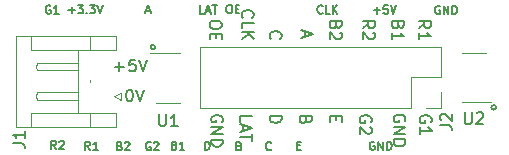
<source format=gbr>
%TF.GenerationSoftware,KiCad,Pcbnew,7.0.8*%
%TF.CreationDate,2023-11-26T17:58:30+01:00*%
%TF.ProjectId,LvL_shifter_shield,4c764c5f-7368-4696-9674-65725f736869,rev?*%
%TF.SameCoordinates,Original*%
%TF.FileFunction,Legend,Top*%
%TF.FilePolarity,Positive*%
%FSLAX46Y46*%
G04 Gerber Fmt 4.6, Leading zero omitted, Abs format (unit mm)*
G04 Created by KiCad (PCBNEW 7.0.8) date 2023-11-26 17:58:30*
%MOMM*%
%LPD*%
G01*
G04 APERTURE LIST*
%ADD10C,0.150000*%
%ADD11C,0.120000*%
G04 APERTURE END LIST*
D10*
X143119241Y-88265000D02*
G75*
G03*
X143119241Y-88265000I-193441J0D01*
G01*
X114256315Y-83159600D02*
G75*
G03*
X114256315Y-83159600I-184915J0D01*
G01*
X105872150Y-91803733D02*
X105638817Y-91470400D01*
X105472150Y-91803733D02*
X105472150Y-91103733D01*
X105472150Y-91103733D02*
X105738817Y-91103733D01*
X105738817Y-91103733D02*
X105805484Y-91137066D01*
X105805484Y-91137066D02*
X105838817Y-91170400D01*
X105838817Y-91170400D02*
X105872150Y-91237066D01*
X105872150Y-91237066D02*
X105872150Y-91337066D01*
X105872150Y-91337066D02*
X105838817Y-91403733D01*
X105838817Y-91403733D02*
X105805484Y-91437066D01*
X105805484Y-91437066D02*
X105738817Y-91470400D01*
X105738817Y-91470400D02*
X105472150Y-91470400D01*
X106138817Y-91170400D02*
X106172150Y-91137066D01*
X106172150Y-91137066D02*
X106238817Y-91103733D01*
X106238817Y-91103733D02*
X106405484Y-91103733D01*
X106405484Y-91103733D02*
X106472150Y-91137066D01*
X106472150Y-91137066D02*
X106505484Y-91170400D01*
X106505484Y-91170400D02*
X106538817Y-91237066D01*
X106538817Y-91237066D02*
X106538817Y-91303733D01*
X106538817Y-91303733D02*
X106505484Y-91403733D01*
X106505484Y-91403733D02*
X106105484Y-91803733D01*
X106105484Y-91803733D02*
X106538817Y-91803733D01*
X124058550Y-91813266D02*
X124025217Y-91846600D01*
X124025217Y-91846600D02*
X123925217Y-91879933D01*
X123925217Y-91879933D02*
X123858550Y-91879933D01*
X123858550Y-91879933D02*
X123758550Y-91846600D01*
X123758550Y-91846600D02*
X123691884Y-91779933D01*
X123691884Y-91779933D02*
X123658550Y-91713266D01*
X123658550Y-91713266D02*
X123625217Y-91579933D01*
X123625217Y-91579933D02*
X123625217Y-91479933D01*
X123625217Y-91479933D02*
X123658550Y-91346600D01*
X123658550Y-91346600D02*
X123691884Y-91279933D01*
X123691884Y-91279933D02*
X123758550Y-91213266D01*
X123758550Y-91213266D02*
X123858550Y-91179933D01*
X123858550Y-91179933D02*
X123925217Y-91179933D01*
X123925217Y-91179933D02*
X124025217Y-91213266D01*
X124025217Y-91213266D02*
X124058550Y-91246600D01*
X124050419Y-82442207D02*
X124002800Y-82394588D01*
X124002800Y-82394588D02*
X123955180Y-82251731D01*
X123955180Y-82251731D02*
X123955180Y-82156493D01*
X123955180Y-82156493D02*
X124002800Y-82013636D01*
X124002800Y-82013636D02*
X124098038Y-81918398D01*
X124098038Y-81918398D02*
X124193276Y-81870779D01*
X124193276Y-81870779D02*
X124383752Y-81823160D01*
X124383752Y-81823160D02*
X124526609Y-81823160D01*
X124526609Y-81823160D02*
X124717085Y-81870779D01*
X124717085Y-81870779D02*
X124812323Y-81918398D01*
X124812323Y-81918398D02*
X124907561Y-82013636D01*
X124907561Y-82013636D02*
X124955180Y-82156493D01*
X124955180Y-82156493D02*
X124955180Y-82251731D01*
X124955180Y-82251731D02*
X124907561Y-82394588D01*
X124907561Y-82394588D02*
X124859942Y-82442207D01*
X119954561Y-89481188D02*
X120002180Y-89385950D01*
X120002180Y-89385950D02*
X120002180Y-89243093D01*
X120002180Y-89243093D02*
X119954561Y-89100236D01*
X119954561Y-89100236D02*
X119859323Y-89004998D01*
X119859323Y-89004998D02*
X119764085Y-88957379D01*
X119764085Y-88957379D02*
X119573609Y-88909760D01*
X119573609Y-88909760D02*
X119430752Y-88909760D01*
X119430752Y-88909760D02*
X119240276Y-88957379D01*
X119240276Y-88957379D02*
X119145038Y-89004998D01*
X119145038Y-89004998D02*
X119049800Y-89100236D01*
X119049800Y-89100236D02*
X119002180Y-89243093D01*
X119002180Y-89243093D02*
X119002180Y-89338331D01*
X119002180Y-89338331D02*
X119049800Y-89481188D01*
X119049800Y-89481188D02*
X119097419Y-89528807D01*
X119097419Y-89528807D02*
X119430752Y-89528807D01*
X119430752Y-89528807D02*
X119430752Y-89338331D01*
X119002180Y-89957379D02*
X120002180Y-89957379D01*
X120002180Y-89957379D02*
X119002180Y-90528807D01*
X119002180Y-90528807D02*
X120002180Y-90528807D01*
X119002180Y-91004998D02*
X120002180Y-91004998D01*
X120002180Y-91004998D02*
X120002180Y-91243093D01*
X120002180Y-91243093D02*
X119954561Y-91385950D01*
X119954561Y-91385950D02*
X119859323Y-91481188D01*
X119859323Y-91481188D02*
X119764085Y-91528807D01*
X119764085Y-91528807D02*
X119573609Y-91576426D01*
X119573609Y-91576426D02*
X119430752Y-91576426D01*
X119430752Y-91576426D02*
X119240276Y-91528807D01*
X119240276Y-91528807D02*
X119145038Y-91481188D01*
X119145038Y-91481188D02*
X119049800Y-91385950D01*
X119049800Y-91385950D02*
X119002180Y-91243093D01*
X119002180Y-91243093D02*
X119002180Y-91004998D01*
X120464484Y-79597533D02*
X120597817Y-79597533D01*
X120597817Y-79597533D02*
X120664484Y-79630866D01*
X120664484Y-79630866D02*
X120731150Y-79697533D01*
X120731150Y-79697533D02*
X120764484Y-79830866D01*
X120764484Y-79830866D02*
X120764484Y-80064200D01*
X120764484Y-80064200D02*
X120731150Y-80197533D01*
X120731150Y-80197533D02*
X120664484Y-80264200D01*
X120664484Y-80264200D02*
X120597817Y-80297533D01*
X120597817Y-80297533D02*
X120464484Y-80297533D01*
X120464484Y-80297533D02*
X120397817Y-80264200D01*
X120397817Y-80264200D02*
X120331150Y-80197533D01*
X120331150Y-80197533D02*
X120297817Y-80064200D01*
X120297817Y-80064200D02*
X120297817Y-79830866D01*
X120297817Y-79830866D02*
X120331150Y-79697533D01*
X120331150Y-79697533D02*
X120397817Y-79630866D01*
X120397817Y-79630866D02*
X120464484Y-79597533D01*
X121064483Y-79930866D02*
X121297817Y-79930866D01*
X121397817Y-80297533D02*
X121064483Y-80297533D01*
X121064483Y-80297533D02*
X121064483Y-79597533D01*
X121064483Y-79597533D02*
X121397817Y-79597533D01*
X138350817Y-79681666D02*
X138284150Y-79648333D01*
X138284150Y-79648333D02*
X138184150Y-79648333D01*
X138184150Y-79648333D02*
X138084150Y-79681666D01*
X138084150Y-79681666D02*
X138017484Y-79748333D01*
X138017484Y-79748333D02*
X137984150Y-79815000D01*
X137984150Y-79815000D02*
X137950817Y-79948333D01*
X137950817Y-79948333D02*
X137950817Y-80048333D01*
X137950817Y-80048333D02*
X137984150Y-80181666D01*
X137984150Y-80181666D02*
X138017484Y-80248333D01*
X138017484Y-80248333D02*
X138084150Y-80315000D01*
X138084150Y-80315000D02*
X138184150Y-80348333D01*
X138184150Y-80348333D02*
X138250817Y-80348333D01*
X138250817Y-80348333D02*
X138350817Y-80315000D01*
X138350817Y-80315000D02*
X138384150Y-80281666D01*
X138384150Y-80281666D02*
X138384150Y-80048333D01*
X138384150Y-80048333D02*
X138250817Y-80048333D01*
X138684150Y-80348333D02*
X138684150Y-79648333D01*
X138684150Y-79648333D02*
X139084150Y-80348333D01*
X139084150Y-80348333D02*
X139084150Y-79648333D01*
X139417483Y-80348333D02*
X139417483Y-79648333D01*
X139417483Y-79648333D02*
X139584150Y-79648333D01*
X139584150Y-79648333D02*
X139684150Y-79681666D01*
X139684150Y-79681666D02*
X139750817Y-79748333D01*
X139750817Y-79748333D02*
X139784150Y-79815000D01*
X139784150Y-79815000D02*
X139817483Y-79948333D01*
X139817483Y-79948333D02*
X139817483Y-80048333D01*
X139817483Y-80048333D02*
X139784150Y-80181666D01*
X139784150Y-80181666D02*
X139750817Y-80248333D01*
X139750817Y-80248333D02*
X139684150Y-80315000D01*
X139684150Y-80315000D02*
X139584150Y-80348333D01*
X139584150Y-80348333D02*
X139417483Y-80348333D01*
X111268084Y-91513266D02*
X111368084Y-91546600D01*
X111368084Y-91546600D02*
X111401417Y-91579933D01*
X111401417Y-91579933D02*
X111434750Y-91646600D01*
X111434750Y-91646600D02*
X111434750Y-91746600D01*
X111434750Y-91746600D02*
X111401417Y-91813266D01*
X111401417Y-91813266D02*
X111368084Y-91846600D01*
X111368084Y-91846600D02*
X111301417Y-91879933D01*
X111301417Y-91879933D02*
X111034750Y-91879933D01*
X111034750Y-91879933D02*
X111034750Y-91179933D01*
X111034750Y-91179933D02*
X111268084Y-91179933D01*
X111268084Y-91179933D02*
X111334750Y-91213266D01*
X111334750Y-91213266D02*
X111368084Y-91246600D01*
X111368084Y-91246600D02*
X111401417Y-91313266D01*
X111401417Y-91313266D02*
X111401417Y-91379933D01*
X111401417Y-91379933D02*
X111368084Y-91446600D01*
X111368084Y-91446600D02*
X111334750Y-91479933D01*
X111334750Y-91479933D02*
X111268084Y-91513266D01*
X111268084Y-91513266D02*
X111034750Y-91513266D01*
X111701417Y-91246600D02*
X111734750Y-91213266D01*
X111734750Y-91213266D02*
X111801417Y-91179933D01*
X111801417Y-91179933D02*
X111968084Y-91179933D01*
X111968084Y-91179933D02*
X112034750Y-91213266D01*
X112034750Y-91213266D02*
X112068084Y-91246600D01*
X112068084Y-91246600D02*
X112101417Y-91313266D01*
X112101417Y-91313266D02*
X112101417Y-91379933D01*
X112101417Y-91379933D02*
X112068084Y-91479933D01*
X112068084Y-91479933D02*
X111668084Y-91879933D01*
X111668084Y-91879933D02*
X112101417Y-91879933D01*
X131829180Y-81553207D02*
X132305371Y-81219874D01*
X131829180Y-80981779D02*
X132829180Y-80981779D01*
X132829180Y-80981779D02*
X132829180Y-81362731D01*
X132829180Y-81362731D02*
X132781561Y-81457969D01*
X132781561Y-81457969D02*
X132733942Y-81505588D01*
X132733942Y-81505588D02*
X132638704Y-81553207D01*
X132638704Y-81553207D02*
X132495847Y-81553207D01*
X132495847Y-81553207D02*
X132400609Y-81505588D01*
X132400609Y-81505588D02*
X132352990Y-81457969D01*
X132352990Y-81457969D02*
X132305371Y-81362731D01*
X132305371Y-81362731D02*
X132305371Y-80981779D01*
X132733942Y-81934160D02*
X132781561Y-81981779D01*
X132781561Y-81981779D02*
X132829180Y-82077017D01*
X132829180Y-82077017D02*
X132829180Y-82315112D01*
X132829180Y-82315112D02*
X132781561Y-82410350D01*
X132781561Y-82410350D02*
X132733942Y-82457969D01*
X132733942Y-82457969D02*
X132638704Y-82505588D01*
X132638704Y-82505588D02*
X132543466Y-82505588D01*
X132543466Y-82505588D02*
X132400609Y-82457969D01*
X132400609Y-82457969D02*
X131829180Y-81886541D01*
X131829180Y-81886541D02*
X131829180Y-82505588D01*
X126907895Y-81823160D02*
X126907895Y-82299350D01*
X126622180Y-81727922D02*
X127622180Y-82061255D01*
X127622180Y-82061255D02*
X126622180Y-82394588D01*
X126274750Y-91487866D02*
X126508084Y-91487866D01*
X126608084Y-91854533D02*
X126274750Y-91854533D01*
X126274750Y-91854533D02*
X126274750Y-91154533D01*
X126274750Y-91154533D02*
X126608084Y-91154533D01*
X119875180Y-81172255D02*
X119875180Y-81362731D01*
X119875180Y-81362731D02*
X119827561Y-81457969D01*
X119827561Y-81457969D02*
X119732323Y-81553207D01*
X119732323Y-81553207D02*
X119541847Y-81600826D01*
X119541847Y-81600826D02*
X119208514Y-81600826D01*
X119208514Y-81600826D02*
X119018038Y-81553207D01*
X119018038Y-81553207D02*
X118922800Y-81457969D01*
X118922800Y-81457969D02*
X118875180Y-81362731D01*
X118875180Y-81362731D02*
X118875180Y-81172255D01*
X118875180Y-81172255D02*
X118922800Y-81077017D01*
X118922800Y-81077017D02*
X119018038Y-80981779D01*
X119018038Y-80981779D02*
X119208514Y-80934160D01*
X119208514Y-80934160D02*
X119541847Y-80934160D01*
X119541847Y-80934160D02*
X119732323Y-80981779D01*
X119732323Y-80981779D02*
X119827561Y-81077017D01*
X119827561Y-81077017D02*
X119875180Y-81172255D01*
X119398990Y-82029398D02*
X119398990Y-82362731D01*
X118875180Y-82505588D02*
X118875180Y-82029398D01*
X118875180Y-82029398D02*
X119875180Y-82029398D01*
X119875180Y-82029398D02*
X119875180Y-82505588D01*
X132751750Y-80056266D02*
X133285084Y-80056266D01*
X133018417Y-80322933D02*
X133018417Y-79789600D01*
X133951751Y-79622933D02*
X133618417Y-79622933D01*
X133618417Y-79622933D02*
X133585084Y-79956266D01*
X133585084Y-79956266D02*
X133618417Y-79922933D01*
X133618417Y-79922933D02*
X133685084Y-79889600D01*
X133685084Y-79889600D02*
X133851751Y-79889600D01*
X133851751Y-79889600D02*
X133918417Y-79922933D01*
X133918417Y-79922933D02*
X133951751Y-79956266D01*
X133951751Y-79956266D02*
X133985084Y-80022933D01*
X133985084Y-80022933D02*
X133985084Y-80189600D01*
X133985084Y-80189600D02*
X133951751Y-80256266D01*
X133951751Y-80256266D02*
X133918417Y-80289600D01*
X133918417Y-80289600D02*
X133851751Y-80322933D01*
X133851751Y-80322933D02*
X133685084Y-80322933D01*
X133685084Y-80322933D02*
X133618417Y-80289600D01*
X133618417Y-80289600D02*
X133585084Y-80256266D01*
X134185084Y-79622933D02*
X134418418Y-80322933D01*
X134418418Y-80322933D02*
X134651751Y-79622933D01*
X113865217Y-91213266D02*
X113798550Y-91179933D01*
X113798550Y-91179933D02*
X113698550Y-91179933D01*
X113698550Y-91179933D02*
X113598550Y-91213266D01*
X113598550Y-91213266D02*
X113531884Y-91279933D01*
X113531884Y-91279933D02*
X113498550Y-91346600D01*
X113498550Y-91346600D02*
X113465217Y-91479933D01*
X113465217Y-91479933D02*
X113465217Y-91579933D01*
X113465217Y-91579933D02*
X113498550Y-91713266D01*
X113498550Y-91713266D02*
X113531884Y-91779933D01*
X113531884Y-91779933D02*
X113598550Y-91846600D01*
X113598550Y-91846600D02*
X113698550Y-91879933D01*
X113698550Y-91879933D02*
X113765217Y-91879933D01*
X113765217Y-91879933D02*
X113865217Y-91846600D01*
X113865217Y-91846600D02*
X113898550Y-91813266D01*
X113898550Y-91813266D02*
X113898550Y-91579933D01*
X113898550Y-91579933D02*
X113765217Y-91579933D01*
X114165217Y-91246600D02*
X114198550Y-91213266D01*
X114198550Y-91213266D02*
X114265217Y-91179933D01*
X114265217Y-91179933D02*
X114431884Y-91179933D01*
X114431884Y-91179933D02*
X114498550Y-91213266D01*
X114498550Y-91213266D02*
X114531884Y-91246600D01*
X114531884Y-91246600D02*
X114565217Y-91313266D01*
X114565217Y-91313266D02*
X114565217Y-91379933D01*
X114565217Y-91379933D02*
X114531884Y-91479933D01*
X114531884Y-91479933D02*
X114131884Y-91879933D01*
X114131884Y-91879933D02*
X114565217Y-91879933D01*
X110852179Y-84832866D02*
X111614084Y-84832866D01*
X111233131Y-85213819D02*
X111233131Y-84451914D01*
X112566464Y-84213819D02*
X112090274Y-84213819D01*
X112090274Y-84213819D02*
X112042655Y-84690009D01*
X112042655Y-84690009D02*
X112090274Y-84642390D01*
X112090274Y-84642390D02*
X112185512Y-84594771D01*
X112185512Y-84594771D02*
X112423607Y-84594771D01*
X112423607Y-84594771D02*
X112518845Y-84642390D01*
X112518845Y-84642390D02*
X112566464Y-84690009D01*
X112566464Y-84690009D02*
X112614083Y-84785247D01*
X112614083Y-84785247D02*
X112614083Y-85023342D01*
X112614083Y-85023342D02*
X112566464Y-85118580D01*
X112566464Y-85118580D02*
X112518845Y-85166200D01*
X112518845Y-85166200D02*
X112423607Y-85213819D01*
X112423607Y-85213819D02*
X112185512Y-85213819D01*
X112185512Y-85213819D02*
X112090274Y-85166200D01*
X112090274Y-85166200D02*
X112042655Y-85118580D01*
X112899798Y-84213819D02*
X113233131Y-85213819D01*
X113233131Y-85213819D02*
X113566464Y-84213819D01*
X132527561Y-89506588D02*
X132575180Y-89411350D01*
X132575180Y-89411350D02*
X132575180Y-89268493D01*
X132575180Y-89268493D02*
X132527561Y-89125636D01*
X132527561Y-89125636D02*
X132432323Y-89030398D01*
X132432323Y-89030398D02*
X132337085Y-88982779D01*
X132337085Y-88982779D02*
X132146609Y-88935160D01*
X132146609Y-88935160D02*
X132003752Y-88935160D01*
X132003752Y-88935160D02*
X131813276Y-88982779D01*
X131813276Y-88982779D02*
X131718038Y-89030398D01*
X131718038Y-89030398D02*
X131622800Y-89125636D01*
X131622800Y-89125636D02*
X131575180Y-89268493D01*
X131575180Y-89268493D02*
X131575180Y-89363731D01*
X131575180Y-89363731D02*
X131622800Y-89506588D01*
X131622800Y-89506588D02*
X131670419Y-89554207D01*
X131670419Y-89554207D02*
X132003752Y-89554207D01*
X132003752Y-89554207D02*
X132003752Y-89363731D01*
X132479942Y-89935160D02*
X132527561Y-89982779D01*
X132527561Y-89982779D02*
X132575180Y-90078017D01*
X132575180Y-90078017D02*
X132575180Y-90316112D01*
X132575180Y-90316112D02*
X132527561Y-90411350D01*
X132527561Y-90411350D02*
X132479942Y-90458969D01*
X132479942Y-90458969D02*
X132384704Y-90506588D01*
X132384704Y-90506588D02*
X132289466Y-90506588D01*
X132289466Y-90506588D02*
X132146609Y-90458969D01*
X132146609Y-90458969D02*
X131575180Y-89887541D01*
X131575180Y-89887541D02*
X131575180Y-90506588D01*
X121688219Y-80664207D02*
X121640600Y-80616588D01*
X121640600Y-80616588D02*
X121592980Y-80473731D01*
X121592980Y-80473731D02*
X121592980Y-80378493D01*
X121592980Y-80378493D02*
X121640600Y-80235636D01*
X121640600Y-80235636D02*
X121735838Y-80140398D01*
X121735838Y-80140398D02*
X121831076Y-80092779D01*
X121831076Y-80092779D02*
X122021552Y-80045160D01*
X122021552Y-80045160D02*
X122164409Y-80045160D01*
X122164409Y-80045160D02*
X122354885Y-80092779D01*
X122354885Y-80092779D02*
X122450123Y-80140398D01*
X122450123Y-80140398D02*
X122545361Y-80235636D01*
X122545361Y-80235636D02*
X122592980Y-80378493D01*
X122592980Y-80378493D02*
X122592980Y-80473731D01*
X122592980Y-80473731D02*
X122545361Y-80616588D01*
X122545361Y-80616588D02*
X122497742Y-80664207D01*
X121592980Y-81568969D02*
X121592980Y-81092779D01*
X121592980Y-81092779D02*
X122592980Y-81092779D01*
X121592980Y-81902303D02*
X122592980Y-81902303D01*
X121592980Y-82473731D02*
X122164409Y-82045160D01*
X122592980Y-82473731D02*
X122021552Y-81902303D01*
X106919950Y-80030866D02*
X107453284Y-80030866D01*
X107186617Y-80297533D02*
X107186617Y-79764200D01*
X107719951Y-79597533D02*
X108153284Y-79597533D01*
X108153284Y-79597533D02*
X107919951Y-79864200D01*
X107919951Y-79864200D02*
X108019951Y-79864200D01*
X108019951Y-79864200D02*
X108086617Y-79897533D01*
X108086617Y-79897533D02*
X108119951Y-79930866D01*
X108119951Y-79930866D02*
X108153284Y-79997533D01*
X108153284Y-79997533D02*
X108153284Y-80164200D01*
X108153284Y-80164200D02*
X108119951Y-80230866D01*
X108119951Y-80230866D02*
X108086617Y-80264200D01*
X108086617Y-80264200D02*
X108019951Y-80297533D01*
X108019951Y-80297533D02*
X107819951Y-80297533D01*
X107819951Y-80297533D02*
X107753284Y-80264200D01*
X107753284Y-80264200D02*
X107719951Y-80230866D01*
X108453284Y-80230866D02*
X108486618Y-80264200D01*
X108486618Y-80264200D02*
X108453284Y-80297533D01*
X108453284Y-80297533D02*
X108419951Y-80264200D01*
X108419951Y-80264200D02*
X108453284Y-80230866D01*
X108453284Y-80230866D02*
X108453284Y-80297533D01*
X108719951Y-79597533D02*
X109153284Y-79597533D01*
X109153284Y-79597533D02*
X108919951Y-79864200D01*
X108919951Y-79864200D02*
X109019951Y-79864200D01*
X109019951Y-79864200D02*
X109086617Y-79897533D01*
X109086617Y-79897533D02*
X109119951Y-79930866D01*
X109119951Y-79930866D02*
X109153284Y-79997533D01*
X109153284Y-79997533D02*
X109153284Y-80164200D01*
X109153284Y-80164200D02*
X109119951Y-80230866D01*
X109119951Y-80230866D02*
X109086617Y-80264200D01*
X109086617Y-80264200D02*
X109019951Y-80297533D01*
X109019951Y-80297533D02*
X108819951Y-80297533D01*
X108819951Y-80297533D02*
X108753284Y-80264200D01*
X108753284Y-80264200D02*
X108719951Y-80230866D01*
X109353284Y-79597533D02*
X109586618Y-80297533D01*
X109586618Y-80297533D02*
X109819951Y-79597533D01*
X105381617Y-79656266D02*
X105314950Y-79622933D01*
X105314950Y-79622933D02*
X105214950Y-79622933D01*
X105214950Y-79622933D02*
X105114950Y-79656266D01*
X105114950Y-79656266D02*
X105048284Y-79722933D01*
X105048284Y-79722933D02*
X105014950Y-79789600D01*
X105014950Y-79789600D02*
X104981617Y-79922933D01*
X104981617Y-79922933D02*
X104981617Y-80022933D01*
X104981617Y-80022933D02*
X105014950Y-80156266D01*
X105014950Y-80156266D02*
X105048284Y-80222933D01*
X105048284Y-80222933D02*
X105114950Y-80289600D01*
X105114950Y-80289600D02*
X105214950Y-80322933D01*
X105214950Y-80322933D02*
X105281617Y-80322933D01*
X105281617Y-80322933D02*
X105381617Y-80289600D01*
X105381617Y-80289600D02*
X105414950Y-80256266D01*
X105414950Y-80256266D02*
X105414950Y-80022933D01*
X105414950Y-80022933D02*
X105281617Y-80022933D01*
X106081617Y-80322933D02*
X105681617Y-80322933D01*
X105881617Y-80322933D02*
X105881617Y-79622933D01*
X105881617Y-79622933D02*
X105814950Y-79722933D01*
X105814950Y-79722933D02*
X105748284Y-79789600D01*
X105748284Y-79789600D02*
X105681617Y-79822933D01*
X115890884Y-91487866D02*
X115990884Y-91521200D01*
X115990884Y-91521200D02*
X116024217Y-91554533D01*
X116024217Y-91554533D02*
X116057550Y-91621200D01*
X116057550Y-91621200D02*
X116057550Y-91721200D01*
X116057550Y-91721200D02*
X116024217Y-91787866D01*
X116024217Y-91787866D02*
X115990884Y-91821200D01*
X115990884Y-91821200D02*
X115924217Y-91854533D01*
X115924217Y-91854533D02*
X115657550Y-91854533D01*
X115657550Y-91854533D02*
X115657550Y-91154533D01*
X115657550Y-91154533D02*
X115890884Y-91154533D01*
X115890884Y-91154533D02*
X115957550Y-91187866D01*
X115957550Y-91187866D02*
X115990884Y-91221200D01*
X115990884Y-91221200D02*
X116024217Y-91287866D01*
X116024217Y-91287866D02*
X116024217Y-91354533D01*
X116024217Y-91354533D02*
X115990884Y-91421200D01*
X115990884Y-91421200D02*
X115957550Y-91454533D01*
X115957550Y-91454533D02*
X115890884Y-91487866D01*
X115890884Y-91487866D02*
X115657550Y-91487866D01*
X116724217Y-91854533D02*
X116324217Y-91854533D01*
X116524217Y-91854533D02*
X116524217Y-91154533D01*
X116524217Y-91154533D02*
X116457550Y-91254533D01*
X116457550Y-91254533D02*
X116390884Y-91321200D01*
X116390884Y-91321200D02*
X116324217Y-91354533D01*
X129558990Y-88982779D02*
X129558990Y-89316112D01*
X129035180Y-89458969D02*
X129035180Y-88982779D01*
X129035180Y-88982779D02*
X130035180Y-88982779D01*
X130035180Y-88982779D02*
X130035180Y-89458969D01*
X127018990Y-89316112D02*
X126971371Y-89458969D01*
X126971371Y-89458969D02*
X126923752Y-89506588D01*
X126923752Y-89506588D02*
X126828514Y-89554207D01*
X126828514Y-89554207D02*
X126685657Y-89554207D01*
X126685657Y-89554207D02*
X126590419Y-89506588D01*
X126590419Y-89506588D02*
X126542800Y-89458969D01*
X126542800Y-89458969D02*
X126495180Y-89363731D01*
X126495180Y-89363731D02*
X126495180Y-88982779D01*
X126495180Y-88982779D02*
X127495180Y-88982779D01*
X127495180Y-88982779D02*
X127495180Y-89316112D01*
X127495180Y-89316112D02*
X127447561Y-89411350D01*
X127447561Y-89411350D02*
X127399942Y-89458969D01*
X127399942Y-89458969D02*
X127304704Y-89506588D01*
X127304704Y-89506588D02*
X127209466Y-89506588D01*
X127209466Y-89506588D02*
X127114228Y-89458969D01*
X127114228Y-89458969D02*
X127066609Y-89411350D01*
X127066609Y-89411350D02*
X127018990Y-89316112D01*
X127018990Y-89316112D02*
X127018990Y-88982779D01*
X113465217Y-80072133D02*
X113798550Y-80072133D01*
X113398550Y-80272133D02*
X113631884Y-79572133D01*
X113631884Y-79572133D02*
X113865217Y-80272133D01*
X118378484Y-80322933D02*
X118045150Y-80322933D01*
X118045150Y-80322933D02*
X118045150Y-79622933D01*
X118578484Y-80122933D02*
X118911817Y-80122933D01*
X118511817Y-80322933D02*
X118745151Y-79622933D01*
X118745151Y-79622933D02*
X118978484Y-80322933D01*
X119111817Y-79622933D02*
X119511817Y-79622933D01*
X119311817Y-80322933D02*
X119311817Y-79622933D01*
X132813617Y-91187866D02*
X132746950Y-91154533D01*
X132746950Y-91154533D02*
X132646950Y-91154533D01*
X132646950Y-91154533D02*
X132546950Y-91187866D01*
X132546950Y-91187866D02*
X132480284Y-91254533D01*
X132480284Y-91254533D02*
X132446950Y-91321200D01*
X132446950Y-91321200D02*
X132413617Y-91454533D01*
X132413617Y-91454533D02*
X132413617Y-91554533D01*
X132413617Y-91554533D02*
X132446950Y-91687866D01*
X132446950Y-91687866D02*
X132480284Y-91754533D01*
X132480284Y-91754533D02*
X132546950Y-91821200D01*
X132546950Y-91821200D02*
X132646950Y-91854533D01*
X132646950Y-91854533D02*
X132713617Y-91854533D01*
X132713617Y-91854533D02*
X132813617Y-91821200D01*
X132813617Y-91821200D02*
X132846950Y-91787866D01*
X132846950Y-91787866D02*
X132846950Y-91554533D01*
X132846950Y-91554533D02*
X132713617Y-91554533D01*
X133146950Y-91854533D02*
X133146950Y-91154533D01*
X133146950Y-91154533D02*
X133546950Y-91854533D01*
X133546950Y-91854533D02*
X133546950Y-91154533D01*
X133880283Y-91854533D02*
X133880283Y-91154533D01*
X133880283Y-91154533D02*
X134046950Y-91154533D01*
X134046950Y-91154533D02*
X134146950Y-91187866D01*
X134146950Y-91187866D02*
X134213617Y-91254533D01*
X134213617Y-91254533D02*
X134246950Y-91321200D01*
X134246950Y-91321200D02*
X134280283Y-91454533D01*
X134280283Y-91454533D02*
X134280283Y-91554533D01*
X134280283Y-91554533D02*
X134246950Y-91687866D01*
X134246950Y-91687866D02*
X134213617Y-91754533D01*
X134213617Y-91754533D02*
X134146950Y-91821200D01*
X134146950Y-91821200D02*
X134046950Y-91854533D01*
X134046950Y-91854533D02*
X133880283Y-91854533D01*
X136578980Y-81553207D02*
X137055171Y-81219874D01*
X136578980Y-80981779D02*
X137578980Y-80981779D01*
X137578980Y-80981779D02*
X137578980Y-81362731D01*
X137578980Y-81362731D02*
X137531361Y-81457969D01*
X137531361Y-81457969D02*
X137483742Y-81505588D01*
X137483742Y-81505588D02*
X137388504Y-81553207D01*
X137388504Y-81553207D02*
X137245647Y-81553207D01*
X137245647Y-81553207D02*
X137150409Y-81505588D01*
X137150409Y-81505588D02*
X137102790Y-81457969D01*
X137102790Y-81457969D02*
X137055171Y-81362731D01*
X137055171Y-81362731D02*
X137055171Y-80981779D01*
X136578980Y-82505588D02*
X136578980Y-81934160D01*
X136578980Y-82219874D02*
X137578980Y-82219874D01*
X137578980Y-82219874D02*
X137436123Y-82124636D01*
X137436123Y-82124636D02*
X137340885Y-82029398D01*
X137340885Y-82029398D02*
X137293266Y-81934160D01*
X121415180Y-89458969D02*
X121415180Y-88982779D01*
X121415180Y-88982779D02*
X122415180Y-88982779D01*
X121700895Y-89744684D02*
X121700895Y-90220874D01*
X121415180Y-89649446D02*
X122415180Y-89982779D01*
X122415180Y-89982779D02*
X121415180Y-90316112D01*
X122415180Y-90506589D02*
X122415180Y-91078017D01*
X121415180Y-90792303D02*
X122415180Y-90792303D01*
X118476950Y-91854533D02*
X118476950Y-91154533D01*
X118476950Y-91154533D02*
X118643617Y-91154533D01*
X118643617Y-91154533D02*
X118743617Y-91187866D01*
X118743617Y-91187866D02*
X118810284Y-91254533D01*
X118810284Y-91254533D02*
X118843617Y-91321200D01*
X118843617Y-91321200D02*
X118876950Y-91454533D01*
X118876950Y-91454533D02*
X118876950Y-91554533D01*
X118876950Y-91554533D02*
X118843617Y-91687866D01*
X118843617Y-91687866D02*
X118810284Y-91754533D01*
X118810284Y-91754533D02*
X118743617Y-91821200D01*
X118743617Y-91821200D02*
X118643617Y-91854533D01*
X118643617Y-91854533D02*
X118476950Y-91854533D01*
X121377284Y-91538666D02*
X121477284Y-91572000D01*
X121477284Y-91572000D02*
X121510617Y-91605333D01*
X121510617Y-91605333D02*
X121543950Y-91672000D01*
X121543950Y-91672000D02*
X121543950Y-91772000D01*
X121543950Y-91772000D02*
X121510617Y-91838666D01*
X121510617Y-91838666D02*
X121477284Y-91872000D01*
X121477284Y-91872000D02*
X121410617Y-91905333D01*
X121410617Y-91905333D02*
X121143950Y-91905333D01*
X121143950Y-91905333D02*
X121143950Y-91205333D01*
X121143950Y-91205333D02*
X121377284Y-91205333D01*
X121377284Y-91205333D02*
X121443950Y-91238666D01*
X121443950Y-91238666D02*
X121477284Y-91272000D01*
X121477284Y-91272000D02*
X121510617Y-91338666D01*
X121510617Y-91338666D02*
X121510617Y-91405333D01*
X121510617Y-91405333D02*
X121477284Y-91472000D01*
X121477284Y-91472000D02*
X121443950Y-91505333D01*
X121443950Y-91505333D02*
X121377284Y-91538666D01*
X121377284Y-91538666D02*
X121143950Y-91538666D01*
X134842190Y-81315112D02*
X134794571Y-81457969D01*
X134794571Y-81457969D02*
X134746952Y-81505588D01*
X134746952Y-81505588D02*
X134651714Y-81553207D01*
X134651714Y-81553207D02*
X134508857Y-81553207D01*
X134508857Y-81553207D02*
X134413619Y-81505588D01*
X134413619Y-81505588D02*
X134366000Y-81457969D01*
X134366000Y-81457969D02*
X134318380Y-81362731D01*
X134318380Y-81362731D02*
X134318380Y-80981779D01*
X134318380Y-80981779D02*
X135318380Y-80981779D01*
X135318380Y-80981779D02*
X135318380Y-81315112D01*
X135318380Y-81315112D02*
X135270761Y-81410350D01*
X135270761Y-81410350D02*
X135223142Y-81457969D01*
X135223142Y-81457969D02*
X135127904Y-81505588D01*
X135127904Y-81505588D02*
X135032666Y-81505588D01*
X135032666Y-81505588D02*
X134937428Y-81457969D01*
X134937428Y-81457969D02*
X134889809Y-81410350D01*
X134889809Y-81410350D02*
X134842190Y-81315112D01*
X134842190Y-81315112D02*
X134842190Y-80981779D01*
X134318380Y-82505588D02*
X134318380Y-81934160D01*
X134318380Y-82219874D02*
X135318380Y-82219874D01*
X135318380Y-82219874D02*
X135175523Y-82124636D01*
X135175523Y-82124636D02*
X135080285Y-82029398D01*
X135080285Y-82029398D02*
X135032666Y-81934160D01*
X128427350Y-80256266D02*
X128394017Y-80289600D01*
X128394017Y-80289600D02*
X128294017Y-80322933D01*
X128294017Y-80322933D02*
X128227350Y-80322933D01*
X128227350Y-80322933D02*
X128127350Y-80289600D01*
X128127350Y-80289600D02*
X128060684Y-80222933D01*
X128060684Y-80222933D02*
X128027350Y-80156266D01*
X128027350Y-80156266D02*
X127994017Y-80022933D01*
X127994017Y-80022933D02*
X127994017Y-79922933D01*
X127994017Y-79922933D02*
X128027350Y-79789600D01*
X128027350Y-79789600D02*
X128060684Y-79722933D01*
X128060684Y-79722933D02*
X128127350Y-79656266D01*
X128127350Y-79656266D02*
X128227350Y-79622933D01*
X128227350Y-79622933D02*
X128294017Y-79622933D01*
X128294017Y-79622933D02*
X128394017Y-79656266D01*
X128394017Y-79656266D02*
X128427350Y-79689600D01*
X129060684Y-80322933D02*
X128727350Y-80322933D01*
X128727350Y-80322933D02*
X128727350Y-79622933D01*
X129294017Y-80322933D02*
X129294017Y-79622933D01*
X129694017Y-80322933D02*
X129394017Y-79922933D01*
X129694017Y-79622933D02*
X129294017Y-80022933D01*
X137607561Y-89506588D02*
X137655180Y-89411350D01*
X137655180Y-89411350D02*
X137655180Y-89268493D01*
X137655180Y-89268493D02*
X137607561Y-89125636D01*
X137607561Y-89125636D02*
X137512323Y-89030398D01*
X137512323Y-89030398D02*
X137417085Y-88982779D01*
X137417085Y-88982779D02*
X137226609Y-88935160D01*
X137226609Y-88935160D02*
X137083752Y-88935160D01*
X137083752Y-88935160D02*
X136893276Y-88982779D01*
X136893276Y-88982779D02*
X136798038Y-89030398D01*
X136798038Y-89030398D02*
X136702800Y-89125636D01*
X136702800Y-89125636D02*
X136655180Y-89268493D01*
X136655180Y-89268493D02*
X136655180Y-89363731D01*
X136655180Y-89363731D02*
X136702800Y-89506588D01*
X136702800Y-89506588D02*
X136750419Y-89554207D01*
X136750419Y-89554207D02*
X137083752Y-89554207D01*
X137083752Y-89554207D02*
X137083752Y-89363731D01*
X136655180Y-90506588D02*
X136655180Y-89935160D01*
X136655180Y-90220874D02*
X137655180Y-90220874D01*
X137655180Y-90220874D02*
X137512323Y-90125636D01*
X137512323Y-90125636D02*
X137417085Y-90030398D01*
X137417085Y-90030398D02*
X137369466Y-89935160D01*
X135397761Y-89455788D02*
X135445380Y-89360550D01*
X135445380Y-89360550D02*
X135445380Y-89217693D01*
X135445380Y-89217693D02*
X135397761Y-89074836D01*
X135397761Y-89074836D02*
X135302523Y-88979598D01*
X135302523Y-88979598D02*
X135207285Y-88931979D01*
X135207285Y-88931979D02*
X135016809Y-88884360D01*
X135016809Y-88884360D02*
X134873952Y-88884360D01*
X134873952Y-88884360D02*
X134683476Y-88931979D01*
X134683476Y-88931979D02*
X134588238Y-88979598D01*
X134588238Y-88979598D02*
X134493000Y-89074836D01*
X134493000Y-89074836D02*
X134445380Y-89217693D01*
X134445380Y-89217693D02*
X134445380Y-89312931D01*
X134445380Y-89312931D02*
X134493000Y-89455788D01*
X134493000Y-89455788D02*
X134540619Y-89503407D01*
X134540619Y-89503407D02*
X134873952Y-89503407D01*
X134873952Y-89503407D02*
X134873952Y-89312931D01*
X134445380Y-89931979D02*
X135445380Y-89931979D01*
X135445380Y-89931979D02*
X134445380Y-90503407D01*
X134445380Y-90503407D02*
X135445380Y-90503407D01*
X134445380Y-90979598D02*
X135445380Y-90979598D01*
X135445380Y-90979598D02*
X135445380Y-91217693D01*
X135445380Y-91217693D02*
X135397761Y-91360550D01*
X135397761Y-91360550D02*
X135302523Y-91455788D01*
X135302523Y-91455788D02*
X135207285Y-91503407D01*
X135207285Y-91503407D02*
X135016809Y-91551026D01*
X135016809Y-91551026D02*
X134873952Y-91551026D01*
X134873952Y-91551026D02*
X134683476Y-91503407D01*
X134683476Y-91503407D02*
X134588238Y-91455788D01*
X134588238Y-91455788D02*
X134493000Y-91360550D01*
X134493000Y-91360550D02*
X134445380Y-91217693D01*
X134445380Y-91217693D02*
X134445380Y-90979598D01*
X112033255Y-86753819D02*
X112128493Y-86753819D01*
X112128493Y-86753819D02*
X112223731Y-86801438D01*
X112223731Y-86801438D02*
X112271350Y-86849057D01*
X112271350Y-86849057D02*
X112318969Y-86944295D01*
X112318969Y-86944295D02*
X112366588Y-87134771D01*
X112366588Y-87134771D02*
X112366588Y-87372866D01*
X112366588Y-87372866D02*
X112318969Y-87563342D01*
X112318969Y-87563342D02*
X112271350Y-87658580D01*
X112271350Y-87658580D02*
X112223731Y-87706200D01*
X112223731Y-87706200D02*
X112128493Y-87753819D01*
X112128493Y-87753819D02*
X112033255Y-87753819D01*
X112033255Y-87753819D02*
X111938017Y-87706200D01*
X111938017Y-87706200D02*
X111890398Y-87658580D01*
X111890398Y-87658580D02*
X111842779Y-87563342D01*
X111842779Y-87563342D02*
X111795160Y-87372866D01*
X111795160Y-87372866D02*
X111795160Y-87134771D01*
X111795160Y-87134771D02*
X111842779Y-86944295D01*
X111842779Y-86944295D02*
X111890398Y-86849057D01*
X111890398Y-86849057D02*
X111938017Y-86801438D01*
X111938017Y-86801438D02*
X112033255Y-86753819D01*
X112652303Y-86753819D02*
X112985636Y-87753819D01*
X112985636Y-87753819D02*
X113318969Y-86753819D01*
X123955180Y-88982779D02*
X124955180Y-88982779D01*
X124955180Y-88982779D02*
X124955180Y-89220874D01*
X124955180Y-89220874D02*
X124907561Y-89363731D01*
X124907561Y-89363731D02*
X124812323Y-89458969D01*
X124812323Y-89458969D02*
X124717085Y-89506588D01*
X124717085Y-89506588D02*
X124526609Y-89554207D01*
X124526609Y-89554207D02*
X124383752Y-89554207D01*
X124383752Y-89554207D02*
X124193276Y-89506588D01*
X124193276Y-89506588D02*
X124098038Y-89458969D01*
X124098038Y-89458969D02*
X124002800Y-89363731D01*
X124002800Y-89363731D02*
X123955180Y-89220874D01*
X123955180Y-89220874D02*
X123955180Y-88982779D01*
X108742350Y-91854533D02*
X108509017Y-91521200D01*
X108342350Y-91854533D02*
X108342350Y-91154533D01*
X108342350Y-91154533D02*
X108609017Y-91154533D01*
X108609017Y-91154533D02*
X108675684Y-91187866D01*
X108675684Y-91187866D02*
X108709017Y-91221200D01*
X108709017Y-91221200D02*
X108742350Y-91287866D01*
X108742350Y-91287866D02*
X108742350Y-91387866D01*
X108742350Y-91387866D02*
X108709017Y-91454533D01*
X108709017Y-91454533D02*
X108675684Y-91487866D01*
X108675684Y-91487866D02*
X108609017Y-91521200D01*
X108609017Y-91521200D02*
X108342350Y-91521200D01*
X109409017Y-91854533D02*
X109009017Y-91854533D01*
X109209017Y-91854533D02*
X109209017Y-91154533D01*
X109209017Y-91154533D02*
X109142350Y-91254533D01*
X109142350Y-91254533D02*
X109075684Y-91321200D01*
X109075684Y-91321200D02*
X109009017Y-91354533D01*
X129558990Y-81315112D02*
X129511371Y-81457969D01*
X129511371Y-81457969D02*
X129463752Y-81505588D01*
X129463752Y-81505588D02*
X129368514Y-81553207D01*
X129368514Y-81553207D02*
X129225657Y-81553207D01*
X129225657Y-81553207D02*
X129130419Y-81505588D01*
X129130419Y-81505588D02*
X129082800Y-81457969D01*
X129082800Y-81457969D02*
X129035180Y-81362731D01*
X129035180Y-81362731D02*
X129035180Y-80981779D01*
X129035180Y-80981779D02*
X130035180Y-80981779D01*
X130035180Y-80981779D02*
X130035180Y-81315112D01*
X130035180Y-81315112D02*
X129987561Y-81410350D01*
X129987561Y-81410350D02*
X129939942Y-81457969D01*
X129939942Y-81457969D02*
X129844704Y-81505588D01*
X129844704Y-81505588D02*
X129749466Y-81505588D01*
X129749466Y-81505588D02*
X129654228Y-81457969D01*
X129654228Y-81457969D02*
X129606609Y-81410350D01*
X129606609Y-81410350D02*
X129558990Y-81315112D01*
X129558990Y-81315112D02*
X129558990Y-80981779D01*
X129939942Y-81934160D02*
X129987561Y-81981779D01*
X129987561Y-81981779D02*
X130035180Y-82077017D01*
X130035180Y-82077017D02*
X130035180Y-82315112D01*
X130035180Y-82315112D02*
X129987561Y-82410350D01*
X129987561Y-82410350D02*
X129939942Y-82457969D01*
X129939942Y-82457969D02*
X129844704Y-82505588D01*
X129844704Y-82505588D02*
X129749466Y-82505588D01*
X129749466Y-82505588D02*
X129606609Y-82457969D01*
X129606609Y-82457969D02*
X129035180Y-81886541D01*
X129035180Y-81886541D02*
X129035180Y-82505588D01*
X140473095Y-88679819D02*
X140473095Y-89489342D01*
X140473095Y-89489342D02*
X140520714Y-89584580D01*
X140520714Y-89584580D02*
X140568333Y-89632200D01*
X140568333Y-89632200D02*
X140663571Y-89679819D01*
X140663571Y-89679819D02*
X140854047Y-89679819D01*
X140854047Y-89679819D02*
X140949285Y-89632200D01*
X140949285Y-89632200D02*
X140996904Y-89584580D01*
X140996904Y-89584580D02*
X141044523Y-89489342D01*
X141044523Y-89489342D02*
X141044523Y-88679819D01*
X141473095Y-88775057D02*
X141520714Y-88727438D01*
X141520714Y-88727438D02*
X141615952Y-88679819D01*
X141615952Y-88679819D02*
X141854047Y-88679819D01*
X141854047Y-88679819D02*
X141949285Y-88727438D01*
X141949285Y-88727438D02*
X141996904Y-88775057D01*
X141996904Y-88775057D02*
X142044523Y-88870295D01*
X142044523Y-88870295D02*
X142044523Y-88965533D01*
X142044523Y-88965533D02*
X141996904Y-89108390D01*
X141996904Y-89108390D02*
X141425476Y-89679819D01*
X141425476Y-89679819D02*
X142044523Y-89679819D01*
X102223219Y-91301533D02*
X102937504Y-91301533D01*
X102937504Y-91301533D02*
X103080361Y-91349152D01*
X103080361Y-91349152D02*
X103175600Y-91444390D01*
X103175600Y-91444390D02*
X103223219Y-91587247D01*
X103223219Y-91587247D02*
X103223219Y-91682485D01*
X103223219Y-90301533D02*
X103223219Y-90872961D01*
X103223219Y-90587247D02*
X102223219Y-90587247D01*
X102223219Y-90587247D02*
X102366076Y-90682485D01*
X102366076Y-90682485D02*
X102461314Y-90777723D01*
X102461314Y-90777723D02*
X102508933Y-90872961D01*
X138392819Y-89792133D02*
X139107104Y-89792133D01*
X139107104Y-89792133D02*
X139249961Y-89839752D01*
X139249961Y-89839752D02*
X139345200Y-89934990D01*
X139345200Y-89934990D02*
X139392819Y-90077847D01*
X139392819Y-90077847D02*
X139392819Y-90173085D01*
X138488057Y-89363561D02*
X138440438Y-89315942D01*
X138440438Y-89315942D02*
X138392819Y-89220704D01*
X138392819Y-89220704D02*
X138392819Y-88982609D01*
X138392819Y-88982609D02*
X138440438Y-88887371D01*
X138440438Y-88887371D02*
X138488057Y-88839752D01*
X138488057Y-88839752D02*
X138583295Y-88792133D01*
X138583295Y-88792133D02*
X138678533Y-88792133D01*
X138678533Y-88792133D02*
X138821390Y-88839752D01*
X138821390Y-88839752D02*
X139392819Y-89411180D01*
X139392819Y-89411180D02*
X139392819Y-88792133D01*
X114593095Y-88837419D02*
X114593095Y-89646942D01*
X114593095Y-89646942D02*
X114640714Y-89742180D01*
X114640714Y-89742180D02*
X114688333Y-89789800D01*
X114688333Y-89789800D02*
X114783571Y-89837419D01*
X114783571Y-89837419D02*
X114974047Y-89837419D01*
X114974047Y-89837419D02*
X115069285Y-89789800D01*
X115069285Y-89789800D02*
X115116904Y-89742180D01*
X115116904Y-89742180D02*
X115164523Y-89646942D01*
X115164523Y-89646942D02*
X115164523Y-88837419D01*
X116164523Y-89837419D02*
X115593095Y-89837419D01*
X115878809Y-89837419D02*
X115878809Y-88837419D01*
X115878809Y-88837419D02*
X115783571Y-88980276D01*
X115783571Y-88980276D02*
X115688333Y-89075514D01*
X115688333Y-89075514D02*
X115593095Y-89123133D01*
D11*
%TO.C,U2*%
X140235000Y-87825000D02*
X142735000Y-87825000D01*
X140235000Y-83625000D02*
X142235000Y-83625000D01*
%TO.C,J1*%
X102486200Y-89920600D02*
X102486200Y-82200600D01*
X103706200Y-89920600D02*
X103706200Y-88700600D01*
X110906200Y-89920600D02*
X102486200Y-89920600D01*
X103706200Y-88700600D02*
X108706200Y-88700600D01*
X107706200Y-88700600D02*
X107706200Y-83420600D01*
X108706200Y-88700600D02*
X108706200Y-89920600D01*
X108706200Y-88700600D02*
X110906200Y-88700600D01*
X110906200Y-88700600D02*
X110906200Y-89920600D01*
X104286200Y-87630600D02*
X104206200Y-87310600D01*
X107706200Y-87630600D02*
X104286200Y-87630600D01*
X111396200Y-87610600D02*
X111396200Y-87010600D01*
X104206200Y-87310600D02*
X104286200Y-86990600D01*
X107706200Y-87310600D02*
X107706200Y-87630600D01*
X110796200Y-87310600D02*
X111396200Y-87610600D01*
X111396200Y-87010600D02*
X110796200Y-87310600D01*
X104286200Y-86990600D02*
X107706200Y-86990600D01*
X107706200Y-86990600D02*
X107706200Y-87310600D01*
X108706200Y-86140600D02*
X108706200Y-85980600D01*
X104286200Y-85130600D02*
X104206200Y-84810600D01*
X107706200Y-85130600D02*
X104286200Y-85130600D01*
X104206200Y-84810600D02*
X104286200Y-84490600D01*
X107706200Y-84810600D02*
X107706200Y-85130600D01*
X104286200Y-84490600D02*
X107706200Y-84490600D01*
X107706200Y-84490600D02*
X107706200Y-84810600D01*
X103706200Y-83420600D02*
X108706200Y-83420600D01*
X108706200Y-83420600D02*
X108706200Y-82200600D01*
X110906200Y-83420600D02*
X108706200Y-83420600D01*
X102486200Y-82200600D02*
X110906200Y-82200600D01*
X103706200Y-82200600D02*
X103706200Y-83420600D01*
X110906200Y-82200600D02*
X110906200Y-83420600D01*
%TO.C,J2*%
X138490000Y-83125000D02*
X118050000Y-83125000D01*
X138490000Y-83125000D02*
X138490000Y-85725000D01*
X118050000Y-83125000D02*
X118050000Y-88325000D01*
X138490000Y-85725000D02*
X135890000Y-85725000D01*
X135890000Y-85725000D02*
X135890000Y-88325000D01*
X138490000Y-86995000D02*
X138490000Y-88325000D01*
X138490000Y-88325000D02*
X137160000Y-88325000D01*
X135890000Y-88325000D02*
X118050000Y-88325000D01*
%TO.C,U1*%
X116355000Y-83660000D02*
X113855000Y-83660000D01*
X116355000Y-87860000D02*
X114355000Y-87860000D01*
%TD*%
M02*

</source>
